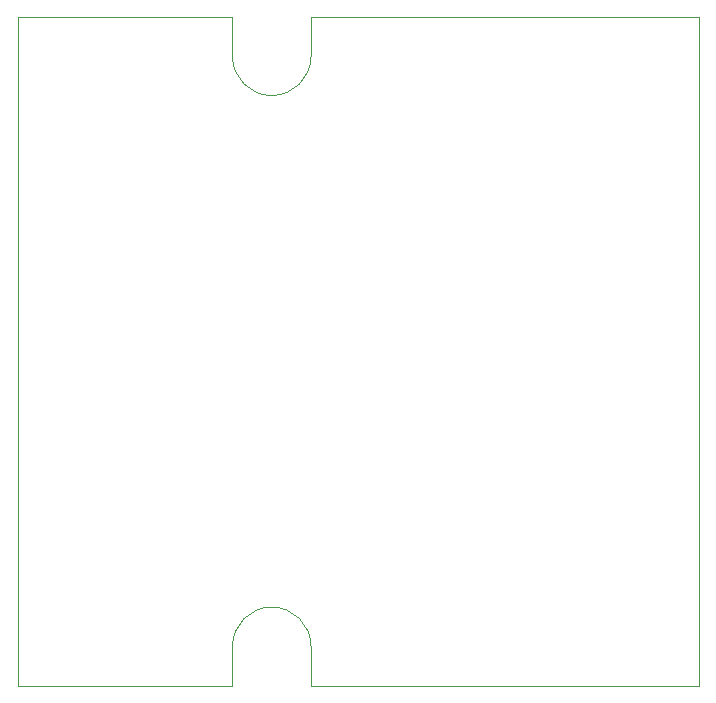
<source format=gbr>
G04 #@! TF.FileFunction,Profile,NP*
%FSLAX46Y46*%
G04 Gerber Fmt 4.6, Leading zero omitted, Abs format (unit mm)*
G04 Created by KiCad (PCBNEW 4.0.1-stable) date Wednesday, May 18, 2016 'PMt' 12:19:56 PM*
%MOMM*%
G01*
G04 APERTURE LIST*
%ADD10C,0.100000*%
G04 APERTURE END LIST*
D10*
X199313800Y-100761800D02*
G75*
G03X195986400Y-104089200I0J-3327400D01*
G01*
X202641200Y-104089200D02*
G75*
G03X199313800Y-100761800I-3327400J0D01*
G01*
X195986400Y-107416600D02*
X195986400Y-104089200D01*
X202641200Y-107416600D02*
X202641200Y-104089200D01*
X199313800Y-57454800D02*
G75*
G03X202641200Y-54127400I0J3327400D01*
G01*
X195986400Y-54127400D02*
G75*
G03X199313800Y-57454800I3327400J0D01*
G01*
X202641200Y-50800000D02*
X202641200Y-54127400D01*
X195986400Y-50800000D02*
X195986400Y-54127400D01*
X195986400Y-107416600D02*
X177800000Y-107416600D01*
X235458000Y-107416600D02*
X202641200Y-107416600D01*
X235458000Y-50800000D02*
X235458000Y-107416600D01*
X202641200Y-50800000D02*
X235458000Y-50800000D01*
X177800000Y-50800000D02*
X195986400Y-50800000D01*
X177800000Y-50800000D02*
X177800000Y-107416600D01*
M02*

</source>
